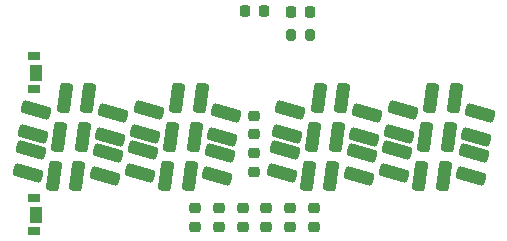
<source format=gbr>
%TF.GenerationSoftware,KiCad,Pcbnew,7.0.7*%
%TF.CreationDate,2024-04-20T23:27:06+02:00*%
%TF.ProjectId,Heptachron,48657074-6163-4687-926f-6e2e6b696361,rev?*%
%TF.SameCoordinates,Original*%
%TF.FileFunction,Paste,Top*%
%TF.FilePolarity,Positive*%
%FSLAX46Y46*%
G04 Gerber Fmt 4.6, Leading zero omitted, Abs format (unit mm)*
G04 Created by KiCad (PCBNEW 7.0.7) date 2024-04-20 23:27:06*
%MOMM*%
%LPD*%
G01*
G04 APERTURE LIST*
G04 Aperture macros list*
%AMRoundRect*
0 Rectangle with rounded corners*
0 $1 Rounding radius*
0 $2 $3 $4 $5 $6 $7 $8 $9 X,Y pos of 4 corners*
0 Add a 4 corners polygon primitive as box body*
4,1,4,$2,$3,$4,$5,$6,$7,$8,$9,$2,$3,0*
0 Add four circle primitives for the rounded corners*
1,1,$1+$1,$2,$3*
1,1,$1+$1,$4,$5*
1,1,$1+$1,$6,$7*
1,1,$1+$1,$8,$9*
0 Add four rect primitives between the rounded corners*
20,1,$1+$1,$2,$3,$4,$5,0*
20,1,$1+$1,$4,$5,$6,$7,0*
20,1,$1+$1,$6,$7,$8,$9,0*
20,1,$1+$1,$8,$9,$2,$3,0*%
G04 Aperture macros list end*
%ADD10R,1.100000X0.700000*%
%ADD11R,1.100000X1.400000*%
%ADD12RoundRect,0.218750X-0.256250X0.218750X-0.256250X-0.218750X0.256250X-0.218750X0.256250X0.218750X0*%
%ADD13RoundRect,0.218750X-0.218750X-0.256250X0.218750X-0.256250X0.218750X0.256250X-0.218750X0.256250X0*%
%ADD14RoundRect,0.200000X-0.200000X-0.275000X0.200000X-0.275000X0.200000X0.275000X-0.200000X0.275000X0*%
%ADD15RoundRect,0.275000X0.133151X-1.028541X0.411497X0.951995X-0.133151X1.028541X-0.411497X-0.951995X0*%
%ADD16RoundRect,0.275000X-1.037062X0.011290X0.885461X-0.539984X1.037062X-0.011290X-0.885461X0.539984X0*%
%ADD17RoundRect,0.275000X1.037062X-0.011290X-0.885461X0.539984X-1.037062X0.011290X0.885461X-0.539984X0*%
%ADD18RoundRect,0.225000X0.225000X0.250000X-0.225000X0.250000X-0.225000X-0.250000X0.225000X-0.250000X0*%
%ADD19RoundRect,0.218750X0.256250X-0.218750X0.256250X0.218750X-0.256250X0.218750X-0.256250X-0.218750X0*%
G04 APERTURE END LIST*
D10*
%TO.C,SW2*%
X129350000Y-108400000D03*
X129350000Y-105600000D03*
D11*
X129500000Y-107000000D03*
%TD*%
D12*
%TO.C,D40*%
X147000000Y-106462500D03*
X147000000Y-108037500D03*
%TD*%
D13*
%TO.C,Q1*%
X147212500Y-89750000D03*
X148787500Y-89750000D03*
%TD*%
D14*
%TO.C,R16*%
X151090000Y-91805000D03*
X152740000Y-91805000D03*
%TD*%
D12*
%TO.C,D37*%
X148000000Y-101812500D03*
X148000000Y-103387500D03*
%TD*%
D15*
%TO.C,U3*%
X153446431Y-97118254D03*
D16*
X157565536Y-98433565D03*
X157099536Y-101751565D03*
D15*
X152514431Y-103752254D03*
D17*
X150295326Y-103486943D03*
X150761326Y-100168943D03*
D15*
X152980431Y-100435254D03*
X155446431Y-97118254D03*
D16*
X157287190Y-100414101D03*
X156821190Y-103732101D03*
D15*
X154514431Y-103752254D03*
D17*
X150573672Y-101506407D03*
X151039672Y-98188407D03*
D15*
X154980431Y-100435254D03*
%TD*%
D12*
%TO.C,D39*%
X149000001Y-106462500D03*
X149000001Y-108037500D03*
%TD*%
D15*
%TO.C,U2*%
X141446431Y-97118254D03*
D16*
X145565536Y-98433565D03*
X145099536Y-101751565D03*
D15*
X140514431Y-103752254D03*
D17*
X138295326Y-103486943D03*
X138761326Y-100168943D03*
D15*
X140980431Y-100435254D03*
X143446431Y-97118254D03*
D16*
X145287190Y-100414101D03*
X144821190Y-103732101D03*
D15*
X142514431Y-103752254D03*
D17*
X138573672Y-101506407D03*
X139039672Y-98188407D03*
D15*
X142980431Y-100435254D03*
%TD*%
%TO.C,U4*%
X162946431Y-97118254D03*
D16*
X167065536Y-98433565D03*
X166599536Y-101751565D03*
D15*
X162014431Y-103752254D03*
D17*
X159795326Y-103486943D03*
X160261326Y-100168943D03*
D15*
X162480431Y-100435254D03*
X164946431Y-97118254D03*
D16*
X166787190Y-100414101D03*
X166321190Y-103732101D03*
D15*
X164014431Y-103752254D03*
D17*
X160073672Y-101506407D03*
X160539672Y-98188407D03*
D15*
X164480431Y-100435254D03*
%TD*%
D12*
%TO.C,D42*%
X143000000Y-106462500D03*
X143000000Y-108037500D03*
%TD*%
D18*
%TO.C,C6*%
X152690000Y-89825000D03*
X151140000Y-89825000D03*
%TD*%
D12*
%TO.C,D41*%
X144999999Y-106462500D03*
X144999999Y-108037500D03*
%TD*%
D19*
%TO.C,D36*%
X148000000Y-100187500D03*
X148000000Y-98612500D03*
%TD*%
D12*
%TO.C,D38*%
X151000000Y-106462500D03*
X151000000Y-108037500D03*
%TD*%
D10*
%TO.C,SW1*%
X129350000Y-96400000D03*
X129350000Y-93600000D03*
D11*
X129500000Y-95000000D03*
%TD*%
D15*
%TO.C,U1*%
X131946431Y-97118254D03*
D16*
X136065536Y-98433565D03*
X135599536Y-101751565D03*
D15*
X131014431Y-103752254D03*
D17*
X128795326Y-103486943D03*
X129261326Y-100168943D03*
D15*
X131480431Y-100435254D03*
X133946431Y-97118254D03*
D16*
X135787190Y-100414101D03*
X135321190Y-103732101D03*
D15*
X133014431Y-103752254D03*
D17*
X129073672Y-101506407D03*
X129539672Y-98188407D03*
D15*
X133480431Y-100435254D03*
%TD*%
D12*
%TO.C,D43*%
X153005000Y-106447500D03*
X153005000Y-108022500D03*
%TD*%
M02*

</source>
